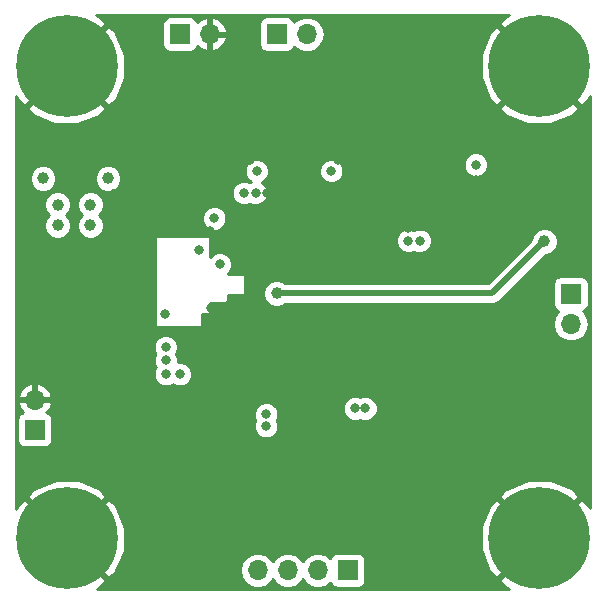
<source format=gbr>
G04 #@! TF.GenerationSoftware,KiCad,Pcbnew,(5.0.1-3-g963ef8bb5)*
G04 #@! TF.CreationDate,2020-12-22T09:25:36-05:00*
G04 #@! TF.ProjectId,STM32F4_Breakout,53544D333246345F427265616B6F7574,rev?*
G04 #@! TF.SameCoordinates,Original*
G04 #@! TF.FileFunction,Copper,L4,Bot,Signal*
G04 #@! TF.FilePolarity,Positive*
%FSLAX46Y46*%
G04 Gerber Fmt 4.6, Leading zero omitted, Abs format (unit mm)*
G04 Created by KiCad (PCBNEW (5.0.1-3-g963ef8bb5)) date Tuesday, December 22, 2020 at 09:25:36 am*
%MOMM*%
%LPD*%
G01*
G04 APERTURE LIST*
G04 #@! TA.AperFunction,ComponentPad*
%ADD10C,8.600000*%
G04 #@! TD*
G04 #@! TA.AperFunction,ComponentPad*
%ADD11C,0.900000*%
G04 #@! TD*
G04 #@! TA.AperFunction,ComponentPad*
%ADD12R,1.700000X1.700000*%
G04 #@! TD*
G04 #@! TA.AperFunction,ComponentPad*
%ADD13O,1.700000X1.700000*%
G04 #@! TD*
G04 #@! TA.AperFunction,ViaPad*
%ADD14C,0.800000*%
G04 #@! TD*
G04 #@! TA.AperFunction,ViaPad*
%ADD15C,1.000000*%
G04 #@! TD*
G04 #@! TA.AperFunction,Conductor*
%ADD16C,0.500000*%
G04 #@! TD*
G04 #@! TA.AperFunction,Conductor*
%ADD17C,0.254000*%
G04 #@! TD*
G04 APERTURE END LIST*
D10*
G04 #@! TO.P,H1,1*
G04 #@! TO.N,GND*
X47000000Y-92000000D03*
D11*
X50225000Y-92000000D03*
X49280419Y-94280419D03*
X47000000Y-95225000D03*
X44719581Y-94280419D03*
X43775000Y-92000000D03*
X44719581Y-89719581D03*
X47000000Y-88775000D03*
X49280419Y-89719581D03*
G04 #@! TD*
G04 #@! TO.P,H2,1*
G04 #@! TO.N,GND*
X89280419Y-49719581D03*
X87000000Y-48775000D03*
X84719581Y-49719581D03*
X83775000Y-52000000D03*
X84719581Y-54280419D03*
X87000000Y-55225000D03*
X89280419Y-54280419D03*
X90225000Y-52000000D03*
D10*
X87000000Y-52000000D03*
G04 #@! TD*
G04 #@! TO.P,H3,1*
G04 #@! TO.N,GND*
X87000000Y-92000000D03*
D11*
X90225000Y-92000000D03*
X89280419Y-94280419D03*
X87000000Y-95225000D03*
X84719581Y-94280419D03*
X83775000Y-92000000D03*
X84719581Y-89719581D03*
X87000000Y-88775000D03*
X89280419Y-89719581D03*
G04 #@! TD*
G04 #@! TO.P,H4,1*
G04 #@! TO.N,GND*
X49280419Y-49719581D03*
X47000000Y-48775000D03*
X44719581Y-49719581D03*
X43775000Y-52000000D03*
X44719581Y-54280419D03*
X47000000Y-55225000D03*
X49280419Y-54280419D03*
X50225000Y-52000000D03*
D10*
X47000000Y-52000000D03*
G04 #@! TD*
D12*
G04 #@! TO.P,J1,1*
G04 #@! TO.N,USART1_RX*
X89700000Y-71300000D03*
D13*
G04 #@! TO.P,J1,2*
G04 #@! TO.N,USART1_TX*
X89700000Y-73840000D03*
G04 #@! TD*
D12*
G04 #@! TO.P,J2,1*
G04 #@! TO.N,VCC*
X44300000Y-82800000D03*
D13*
G04 #@! TO.P,J2,2*
G04 #@! TO.N,GND*
X44300000Y-80260000D03*
G04 #@! TD*
G04 #@! TO.P,J3,2*
G04 #@! TO.N,GND*
X59140000Y-49300000D03*
D12*
G04 #@! TO.P,J3,1*
G04 #@! TO.N,+3V3*
X56600000Y-49300000D03*
G04 #@! TD*
D13*
G04 #@! TO.P,J5,2*
G04 #@! TO.N,I2C1_SCL*
X67340000Y-49300000D03*
D12*
G04 #@! TO.P,J5,1*
G04 #@! TO.N,I2C1_SDA*
X64800000Y-49300000D03*
G04 #@! TD*
D13*
G04 #@! TO.P,J6,4*
G04 #@! TO.N,SPI1_CS*
X63180000Y-94700000D03*
G04 #@! TO.P,J6,3*
G04 #@! TO.N,SPI1_SCK*
X65720000Y-94700000D03*
G04 #@! TO.P,J6,2*
G04 #@! TO.N,SPI1_MISO*
X68260000Y-94700000D03*
D12*
G04 #@! TO.P,J6,1*
G04 #@! TO.N,SPI1_MOSI*
X70800000Y-94700000D03*
G04 #@! TD*
D14*
G04 #@! TO.N,GND*
X55300000Y-73000000D03*
X58200000Y-67600000D03*
D15*
X43500000Y-70250000D03*
X43500000Y-67750000D03*
X45500000Y-72750000D03*
X43500000Y-72750000D03*
X43500000Y-75250000D03*
X45500000Y-75250000D03*
D14*
X64000000Y-62750000D03*
X65000000Y-62750000D03*
X59500000Y-63400000D03*
X75900000Y-65700000D03*
X73100000Y-65000000D03*
X77400000Y-68500000D03*
X74900000Y-78600000D03*
X74300000Y-79600000D03*
X74300000Y-80500000D03*
X70200000Y-82000000D03*
X68700000Y-80800000D03*
X62000000Y-79200000D03*
X62000000Y-80200000D03*
X60100000Y-72500000D03*
X59200000Y-72500000D03*
D15*
X51800000Y-71500000D03*
X53200000Y-71500000D03*
D14*
X53400000Y-63200000D03*
X59100000Y-66000000D03*
X81650000Y-61650000D03*
X81650000Y-62950000D03*
X81650000Y-65450000D03*
X80000000Y-50000000D03*
X75000000Y-50000000D03*
X70000000Y-50000000D03*
X70000000Y-55000000D03*
X75000000Y-55000000D03*
X80000000Y-55000000D03*
X80000000Y-60000000D03*
X75000000Y-60000000D03*
X70000000Y-60000000D03*
X62500000Y-55000000D03*
X57500000Y-55000000D03*
X52500000Y-55000000D03*
X52500000Y-50000000D03*
X62500000Y-50000000D03*
X62500000Y-60000000D03*
X57500000Y-60000000D03*
X47500000Y-57500000D03*
X57500000Y-65000000D03*
X52500000Y-65000000D03*
X80000000Y-65000000D03*
X70000000Y-65000000D03*
X80000000Y-75000000D03*
X85000000Y-75000000D03*
X80000000Y-80000000D03*
X85000000Y-80000000D03*
X90000000Y-80000000D03*
X90000000Y-85000000D03*
X85000000Y-85000000D03*
X80000000Y-90000000D03*
X75000000Y-90000000D03*
X75000000Y-95000000D03*
X80000000Y-95000000D03*
X70000000Y-85000000D03*
X62500000Y-85000000D03*
X57500000Y-80000000D03*
X57500000Y-85000000D03*
X57500000Y-90000000D03*
X62500000Y-90000000D03*
X57500000Y-95000000D03*
X52500000Y-85000000D03*
X75000000Y-52500000D03*
X75000000Y-52500000D03*
X75000000Y-52500000D03*
X75000000Y-62500000D03*
X75000000Y-57500000D03*
X75000000Y-57500000D03*
X75000000Y-57500000D03*
X80000000Y-52500000D03*
X80000000Y-57500000D03*
X80000000Y-62500000D03*
X70000000Y-52500000D03*
X70000000Y-57500000D03*
X62500000Y-52500000D03*
X52500000Y-52500000D03*
X57500000Y-57500000D03*
X62500000Y-57500000D03*
X52500000Y-57500000D03*
X85000000Y-77500000D03*
X80000000Y-77500000D03*
X80000000Y-82500000D03*
X85000000Y-82500000D03*
X90000000Y-82500000D03*
X75000000Y-92500000D03*
X80000000Y-92500000D03*
X70000000Y-87500000D03*
X62500000Y-82500000D03*
X62500000Y-87500000D03*
X57500000Y-92500000D03*
X57500000Y-87500000D03*
X57500000Y-82500000D03*
X52500000Y-87500000D03*
X47500000Y-85000000D03*
X57500000Y-62500000D03*
X80000000Y-72500000D03*
X75000000Y-72500000D03*
X90000000Y-77500000D03*
X90000000Y-57500000D03*
X52500000Y-90000000D03*
X52500000Y-92500000D03*
X52500000Y-95000000D03*
X75000000Y-82500000D03*
X70000000Y-62500000D03*
X62500000Y-92500000D03*
X70000000Y-90000000D03*
G04 #@! TO.N,+3V3*
X63000000Y-62750000D03*
D15*
X45000000Y-61500000D03*
X50500000Y-61500000D03*
X46250000Y-63750000D03*
X49000000Y-63750000D03*
X49000000Y-65500000D03*
X46250000Y-65500000D03*
D14*
X62000000Y-62750000D03*
X59950000Y-68800000D03*
X55400000Y-78100000D03*
X56600000Y-78100000D03*
X63900000Y-81500000D03*
X71400000Y-81000000D03*
X72300000Y-81000000D03*
X76900000Y-66800000D03*
X59500000Y-64900000D03*
X63100000Y-60900000D03*
X69400000Y-60900000D03*
X75900000Y-66800000D03*
X63900000Y-82500000D03*
X55400000Y-75800000D03*
X55400000Y-76900000D03*
X81650000Y-60350000D03*
D15*
G04 #@! TO.N,NRST*
X87450000Y-66850000D03*
X64800000Y-71250000D03*
G04 #@! TD*
D16*
G04 #@! TO.N,NRST*
X83050000Y-71250000D02*
X87450000Y-66850000D01*
X64800000Y-71250000D02*
X83050000Y-71250000D01*
G04 #@! TD*
D17*
G04 #@! TO.N,GND*
G36*
X84263506Y-47777510D02*
X84146139Y-47855932D01*
X83645290Y-48465684D01*
X84145441Y-48965835D01*
X84145441Y-48965836D01*
X87000000Y-51820395D01*
X87014143Y-51806253D01*
X87193748Y-51985858D01*
X87179605Y-52000000D01*
X90034164Y-54854559D01*
X90034165Y-54854559D01*
X90534316Y-55354710D01*
X91144068Y-54853861D01*
X91290000Y-54515071D01*
X91290001Y-89433185D01*
X91222490Y-89263506D01*
X91144068Y-89146139D01*
X90534316Y-88645290D01*
X90034165Y-89145441D01*
X90034164Y-89145441D01*
X87179605Y-92000000D01*
X87193748Y-92014143D01*
X87014143Y-92193748D01*
X87000000Y-92179605D01*
X84145441Y-95034164D01*
X84145441Y-95034165D01*
X83645290Y-95534316D01*
X84146139Y-96144068D01*
X84484929Y-96290000D01*
X49566817Y-96290000D01*
X49736494Y-96222490D01*
X49853861Y-96144068D01*
X50354710Y-95534316D01*
X49854559Y-95034165D01*
X49854559Y-95034164D01*
X47000000Y-92179605D01*
X46985858Y-92193748D01*
X46806253Y-92014143D01*
X46820395Y-92000000D01*
X47179605Y-92000000D01*
X50034164Y-94854559D01*
X50034165Y-94854559D01*
X50534316Y-95354710D01*
X51144068Y-94853861D01*
X51210342Y-94700000D01*
X61665908Y-94700000D01*
X61781161Y-95279418D01*
X62109375Y-95770625D01*
X62600582Y-96098839D01*
X63033744Y-96185000D01*
X63326256Y-96185000D01*
X63759418Y-96098839D01*
X64250625Y-95770625D01*
X64450000Y-95472239D01*
X64649375Y-95770625D01*
X65140582Y-96098839D01*
X65573744Y-96185000D01*
X65866256Y-96185000D01*
X66299418Y-96098839D01*
X66790625Y-95770625D01*
X66990000Y-95472239D01*
X67189375Y-95770625D01*
X67680582Y-96098839D01*
X68113744Y-96185000D01*
X68406256Y-96185000D01*
X68839418Y-96098839D01*
X69330625Y-95770625D01*
X69342816Y-95752381D01*
X69351843Y-95797765D01*
X69492191Y-96007809D01*
X69702235Y-96148157D01*
X69950000Y-96197440D01*
X71650000Y-96197440D01*
X71897765Y-96148157D01*
X72107809Y-96007809D01*
X72248157Y-95797765D01*
X72297440Y-95550000D01*
X72297440Y-93850000D01*
X72248157Y-93602235D01*
X72107809Y-93392191D01*
X71897765Y-93251843D01*
X71650000Y-93202560D01*
X69950000Y-93202560D01*
X69702235Y-93251843D01*
X69492191Y-93392191D01*
X69351843Y-93602235D01*
X69342816Y-93647619D01*
X69330625Y-93629375D01*
X68839418Y-93301161D01*
X68406256Y-93215000D01*
X68113744Y-93215000D01*
X67680582Y-93301161D01*
X67189375Y-93629375D01*
X66990000Y-93927761D01*
X66790625Y-93629375D01*
X66299418Y-93301161D01*
X65866256Y-93215000D01*
X65573744Y-93215000D01*
X65140582Y-93301161D01*
X64649375Y-93629375D01*
X64450000Y-93927761D01*
X64250625Y-93629375D01*
X63759418Y-93301161D01*
X63326256Y-93215000D01*
X63033744Y-93215000D01*
X62600582Y-93301161D01*
X62109375Y-93629375D01*
X61781161Y-94120582D01*
X61665908Y-94700000D01*
X51210342Y-94700000D01*
X51920745Y-93050758D01*
X51922687Y-92912314D01*
X82051717Y-92912314D01*
X82777510Y-94736494D01*
X82855932Y-94853861D01*
X83465684Y-95354710D01*
X83965835Y-94854559D01*
X83965836Y-94854559D01*
X86820395Y-92000000D01*
X83965836Y-89145441D01*
X83965835Y-89145441D01*
X83465684Y-88645290D01*
X82855932Y-89146139D01*
X82079255Y-90949242D01*
X82051717Y-92912314D01*
X51922687Y-92912314D01*
X51948283Y-91087686D01*
X51222490Y-89263506D01*
X51144068Y-89146139D01*
X50534316Y-88645290D01*
X50034165Y-89145441D01*
X50034164Y-89145441D01*
X47179605Y-92000000D01*
X46820395Y-92000000D01*
X43965836Y-89145441D01*
X43965835Y-89145441D01*
X43465684Y-88645290D01*
X42855932Y-89146139D01*
X42710000Y-89484929D01*
X42710000Y-88465684D01*
X43645290Y-88465684D01*
X44145441Y-88965835D01*
X44145441Y-88965836D01*
X47000000Y-91820395D01*
X49854559Y-88965836D01*
X49854559Y-88965835D01*
X50354710Y-88465684D01*
X83645290Y-88465684D01*
X84145441Y-88965835D01*
X84145441Y-88965836D01*
X87000000Y-91820395D01*
X89854559Y-88965836D01*
X89854559Y-88965835D01*
X90354710Y-88465684D01*
X89853861Y-87855932D01*
X88050758Y-87079255D01*
X86087686Y-87051717D01*
X84263506Y-87777510D01*
X84146139Y-87855932D01*
X83645290Y-88465684D01*
X50354710Y-88465684D01*
X49853861Y-87855932D01*
X48050758Y-87079255D01*
X46087686Y-87051717D01*
X44263506Y-87777510D01*
X44146139Y-87855932D01*
X43645290Y-88465684D01*
X42710000Y-88465684D01*
X42710000Y-81950000D01*
X42802560Y-81950000D01*
X42802560Y-83650000D01*
X42851843Y-83897765D01*
X42992191Y-84107809D01*
X43202235Y-84248157D01*
X43450000Y-84297440D01*
X45150000Y-84297440D01*
X45397765Y-84248157D01*
X45607809Y-84107809D01*
X45748157Y-83897765D01*
X45797440Y-83650000D01*
X45797440Y-81950000D01*
X45748157Y-81702235D01*
X45607809Y-81492191D01*
X45397765Y-81351843D01*
X45294292Y-81331261D01*
X45328134Y-81294126D01*
X62865000Y-81294126D01*
X62865000Y-81705874D01*
X62986831Y-82000000D01*
X62865000Y-82294126D01*
X62865000Y-82705874D01*
X63022569Y-83086280D01*
X63313720Y-83377431D01*
X63694126Y-83535000D01*
X64105874Y-83535000D01*
X64486280Y-83377431D01*
X64777431Y-83086280D01*
X64935000Y-82705874D01*
X64935000Y-82294126D01*
X64813169Y-82000000D01*
X64935000Y-81705874D01*
X64935000Y-81294126D01*
X64777431Y-80913720D01*
X64657837Y-80794126D01*
X70365000Y-80794126D01*
X70365000Y-81205874D01*
X70522569Y-81586280D01*
X70813720Y-81877431D01*
X71194126Y-82035000D01*
X71605874Y-82035000D01*
X71850000Y-81933880D01*
X72094126Y-82035000D01*
X72505874Y-82035000D01*
X72886280Y-81877431D01*
X73177431Y-81586280D01*
X73335000Y-81205874D01*
X73335000Y-80794126D01*
X73177431Y-80413720D01*
X72886280Y-80122569D01*
X72505874Y-79965000D01*
X72094126Y-79965000D01*
X71850000Y-80066120D01*
X71605874Y-79965000D01*
X71194126Y-79965000D01*
X70813720Y-80122569D01*
X70522569Y-80413720D01*
X70365000Y-80794126D01*
X64657837Y-80794126D01*
X64486280Y-80622569D01*
X64105874Y-80465000D01*
X63694126Y-80465000D01*
X63313720Y-80622569D01*
X63022569Y-80913720D01*
X62865000Y-81294126D01*
X45328134Y-81294126D01*
X45571645Y-81026924D01*
X45741476Y-80616890D01*
X45620155Y-80387000D01*
X44427000Y-80387000D01*
X44427000Y-80407000D01*
X44173000Y-80407000D01*
X44173000Y-80387000D01*
X42979845Y-80387000D01*
X42858524Y-80616890D01*
X43028355Y-81026924D01*
X43305708Y-81331261D01*
X43202235Y-81351843D01*
X42992191Y-81492191D01*
X42851843Y-81702235D01*
X42802560Y-81950000D01*
X42710000Y-81950000D01*
X42710000Y-79903110D01*
X42858524Y-79903110D01*
X42979845Y-80133000D01*
X44173000Y-80133000D01*
X44173000Y-78939181D01*
X44427000Y-78939181D01*
X44427000Y-80133000D01*
X45620155Y-80133000D01*
X45741476Y-79903110D01*
X45571645Y-79493076D01*
X45181358Y-79064817D01*
X44656892Y-78818514D01*
X44427000Y-78939181D01*
X44173000Y-78939181D01*
X43943108Y-78818514D01*
X43418642Y-79064817D01*
X43028355Y-79493076D01*
X42858524Y-79903110D01*
X42710000Y-79903110D01*
X42710000Y-75594126D01*
X54365000Y-75594126D01*
X54365000Y-76005874D01*
X54507541Y-76350000D01*
X54365000Y-76694126D01*
X54365000Y-77105874D01*
X54522569Y-77486280D01*
X54536289Y-77500000D01*
X54522569Y-77513720D01*
X54365000Y-77894126D01*
X54365000Y-78305874D01*
X54522569Y-78686280D01*
X54813720Y-78977431D01*
X55194126Y-79135000D01*
X55605874Y-79135000D01*
X55986280Y-78977431D01*
X56000000Y-78963711D01*
X56013720Y-78977431D01*
X56394126Y-79135000D01*
X56805874Y-79135000D01*
X57186280Y-78977431D01*
X57477431Y-78686280D01*
X57635000Y-78305874D01*
X57635000Y-77894126D01*
X57477431Y-77513720D01*
X57186280Y-77222569D01*
X56805874Y-77065000D01*
X56435000Y-77065000D01*
X56435000Y-76694126D01*
X56292459Y-76350000D01*
X56435000Y-76005874D01*
X56435000Y-75594126D01*
X56277431Y-75213720D01*
X55986280Y-74922569D01*
X55605874Y-74765000D01*
X55194126Y-74765000D01*
X54813720Y-74922569D01*
X54522569Y-75213720D01*
X54365000Y-75594126D01*
X42710000Y-75594126D01*
X42710000Y-63524234D01*
X45115000Y-63524234D01*
X45115000Y-63975766D01*
X45287793Y-64392926D01*
X45519867Y-64625000D01*
X45287793Y-64857074D01*
X45115000Y-65274234D01*
X45115000Y-65725766D01*
X45287793Y-66142926D01*
X45607074Y-66462207D01*
X46024234Y-66635000D01*
X46475766Y-66635000D01*
X46892926Y-66462207D01*
X47212207Y-66142926D01*
X47385000Y-65725766D01*
X47385000Y-65274234D01*
X47212207Y-64857074D01*
X46980133Y-64625000D01*
X47212207Y-64392926D01*
X47385000Y-63975766D01*
X47385000Y-63524234D01*
X47865000Y-63524234D01*
X47865000Y-63975766D01*
X48037793Y-64392926D01*
X48269867Y-64625000D01*
X48037793Y-64857074D01*
X47865000Y-65274234D01*
X47865000Y-65725766D01*
X48037793Y-66142926D01*
X48357074Y-66462207D01*
X48774234Y-66635000D01*
X49225766Y-66635000D01*
X49551685Y-66500000D01*
X54473000Y-66500000D01*
X54473000Y-74000000D01*
X54482667Y-74048601D01*
X54510197Y-74089803D01*
X54551399Y-74117333D01*
X54600000Y-74127000D01*
X58300000Y-74127000D01*
X58348601Y-74117333D01*
X58389803Y-74089803D01*
X58417333Y-74048601D01*
X58427000Y-74000000D01*
X58427000Y-73840000D01*
X88185908Y-73840000D01*
X88301161Y-74419418D01*
X88629375Y-74910625D01*
X89120582Y-75238839D01*
X89553744Y-75325000D01*
X89846256Y-75325000D01*
X90279418Y-75238839D01*
X90770625Y-74910625D01*
X91098839Y-74419418D01*
X91214092Y-73840000D01*
X91098839Y-73260582D01*
X90770625Y-72769375D01*
X90752381Y-72757184D01*
X90797765Y-72748157D01*
X91007809Y-72607809D01*
X91148157Y-72397765D01*
X91197440Y-72150000D01*
X91197440Y-70450000D01*
X91148157Y-70202235D01*
X91007809Y-69992191D01*
X90797765Y-69851843D01*
X90550000Y-69802560D01*
X88850000Y-69802560D01*
X88602235Y-69851843D01*
X88392191Y-69992191D01*
X88251843Y-70202235D01*
X88202560Y-70450000D01*
X88202560Y-72150000D01*
X88251843Y-72397765D01*
X88392191Y-72607809D01*
X88602235Y-72748157D01*
X88647619Y-72757184D01*
X88629375Y-72769375D01*
X88301161Y-73260582D01*
X88185908Y-73840000D01*
X58427000Y-73840000D01*
X58427000Y-73027000D01*
X59000000Y-73027000D01*
X59048601Y-73017333D01*
X59089803Y-72989803D01*
X59117333Y-72948601D01*
X59127000Y-72900000D01*
X59127000Y-72027000D01*
X60500000Y-72027000D01*
X60548601Y-72017333D01*
X60589803Y-71989803D01*
X60617333Y-71948601D01*
X60627000Y-71900000D01*
X60627000Y-71427000D01*
X62000000Y-71427000D01*
X62048601Y-71417333D01*
X62089803Y-71389803D01*
X62117333Y-71348601D01*
X62127000Y-71300000D01*
X62127000Y-71024234D01*
X63665000Y-71024234D01*
X63665000Y-71475766D01*
X63837793Y-71892926D01*
X64157074Y-72212207D01*
X64574234Y-72385000D01*
X65025766Y-72385000D01*
X65442926Y-72212207D01*
X65520133Y-72135000D01*
X82962839Y-72135000D01*
X83050000Y-72152337D01*
X83137161Y-72135000D01*
X83137165Y-72135000D01*
X83395310Y-72083652D01*
X83688049Y-71888049D01*
X83737425Y-71814153D01*
X87566579Y-67985000D01*
X87675766Y-67985000D01*
X88092926Y-67812207D01*
X88412207Y-67492926D01*
X88585000Y-67075766D01*
X88585000Y-66624234D01*
X88412207Y-66207074D01*
X88092926Y-65887793D01*
X87675766Y-65715000D01*
X87224234Y-65715000D01*
X86807074Y-65887793D01*
X86487793Y-66207074D01*
X86315000Y-66624234D01*
X86315000Y-66733421D01*
X82683422Y-70365000D01*
X65520133Y-70365000D01*
X65442926Y-70287793D01*
X65025766Y-70115000D01*
X64574234Y-70115000D01*
X64157074Y-70287793D01*
X63837793Y-70607074D01*
X63665000Y-71024234D01*
X62127000Y-71024234D01*
X62127000Y-69700000D01*
X62117333Y-69651399D01*
X62089803Y-69610197D01*
X62048601Y-69582667D01*
X62000000Y-69573000D01*
X60640711Y-69573000D01*
X60827431Y-69386280D01*
X60985000Y-69005874D01*
X60985000Y-68594126D01*
X60827431Y-68213720D01*
X60536280Y-67922569D01*
X60155874Y-67765000D01*
X59744126Y-67765000D01*
X59363720Y-67922569D01*
X59127000Y-68159289D01*
X59127000Y-66594126D01*
X74865000Y-66594126D01*
X74865000Y-67005874D01*
X75022569Y-67386280D01*
X75313720Y-67677431D01*
X75694126Y-67835000D01*
X76105874Y-67835000D01*
X76400000Y-67713169D01*
X76694126Y-67835000D01*
X77105874Y-67835000D01*
X77486280Y-67677431D01*
X77777431Y-67386280D01*
X77935000Y-67005874D01*
X77935000Y-66594126D01*
X77777431Y-66213720D01*
X77486280Y-65922569D01*
X77105874Y-65765000D01*
X76694126Y-65765000D01*
X76400000Y-65886831D01*
X76105874Y-65765000D01*
X75694126Y-65765000D01*
X75313720Y-65922569D01*
X75022569Y-66213720D01*
X74865000Y-66594126D01*
X59127000Y-66594126D01*
X59127000Y-66500000D01*
X59117333Y-66451399D01*
X59089803Y-66410197D01*
X59048601Y-66382667D01*
X59000000Y-66373000D01*
X54600000Y-66373000D01*
X54551399Y-66382667D01*
X54510197Y-66410197D01*
X54482667Y-66451399D01*
X54473000Y-66500000D01*
X49551685Y-66500000D01*
X49642926Y-66462207D01*
X49962207Y-66142926D01*
X50135000Y-65725766D01*
X50135000Y-65274234D01*
X49962207Y-64857074D01*
X49799259Y-64694126D01*
X58465000Y-64694126D01*
X58465000Y-65105874D01*
X58622569Y-65486280D01*
X58913720Y-65777431D01*
X59294126Y-65935000D01*
X59705874Y-65935000D01*
X60086280Y-65777431D01*
X60377431Y-65486280D01*
X60535000Y-65105874D01*
X60535000Y-64694126D01*
X60377431Y-64313720D01*
X60086280Y-64022569D01*
X59705874Y-63865000D01*
X59294126Y-63865000D01*
X58913720Y-64022569D01*
X58622569Y-64313720D01*
X58465000Y-64694126D01*
X49799259Y-64694126D01*
X49730133Y-64625000D01*
X49962207Y-64392926D01*
X50135000Y-63975766D01*
X50135000Y-63524234D01*
X49962207Y-63107074D01*
X49642926Y-62787793D01*
X49225766Y-62615000D01*
X48774234Y-62615000D01*
X48357074Y-62787793D01*
X48037793Y-63107074D01*
X47865000Y-63524234D01*
X47385000Y-63524234D01*
X47212207Y-63107074D01*
X46892926Y-62787793D01*
X46475766Y-62615000D01*
X46024234Y-62615000D01*
X45607074Y-62787793D01*
X45287793Y-63107074D01*
X45115000Y-63524234D01*
X42710000Y-63524234D01*
X42710000Y-61274234D01*
X43865000Y-61274234D01*
X43865000Y-61725766D01*
X44037793Y-62142926D01*
X44357074Y-62462207D01*
X44774234Y-62635000D01*
X45225766Y-62635000D01*
X45642926Y-62462207D01*
X45962207Y-62142926D01*
X46135000Y-61725766D01*
X46135000Y-61274234D01*
X49365000Y-61274234D01*
X49365000Y-61725766D01*
X49537793Y-62142926D01*
X49857074Y-62462207D01*
X50274234Y-62635000D01*
X50725766Y-62635000D01*
X50945155Y-62544126D01*
X60965000Y-62544126D01*
X60965000Y-62955874D01*
X61122569Y-63336280D01*
X61413720Y-63627431D01*
X61794126Y-63785000D01*
X62205874Y-63785000D01*
X62500000Y-63663169D01*
X62794126Y-63785000D01*
X63205874Y-63785000D01*
X63586280Y-63627431D01*
X63877431Y-63336280D01*
X64035000Y-62955874D01*
X64035000Y-62544126D01*
X63877431Y-62163720D01*
X63586280Y-61872569D01*
X63521438Y-61845711D01*
X63686280Y-61777431D01*
X63977431Y-61486280D01*
X64135000Y-61105874D01*
X64135000Y-60694126D01*
X68365000Y-60694126D01*
X68365000Y-61105874D01*
X68522569Y-61486280D01*
X68813720Y-61777431D01*
X69194126Y-61935000D01*
X69605874Y-61935000D01*
X69986280Y-61777431D01*
X70277431Y-61486280D01*
X70435000Y-61105874D01*
X70435000Y-60694126D01*
X70277431Y-60313720D01*
X70107837Y-60144126D01*
X80615000Y-60144126D01*
X80615000Y-60555874D01*
X80772569Y-60936280D01*
X81063720Y-61227431D01*
X81444126Y-61385000D01*
X81855874Y-61385000D01*
X82236280Y-61227431D01*
X82527431Y-60936280D01*
X82685000Y-60555874D01*
X82685000Y-60144126D01*
X82527431Y-59763720D01*
X82236280Y-59472569D01*
X81855874Y-59315000D01*
X81444126Y-59315000D01*
X81063720Y-59472569D01*
X80772569Y-59763720D01*
X80615000Y-60144126D01*
X70107837Y-60144126D01*
X69986280Y-60022569D01*
X69605874Y-59865000D01*
X69194126Y-59865000D01*
X68813720Y-60022569D01*
X68522569Y-60313720D01*
X68365000Y-60694126D01*
X64135000Y-60694126D01*
X63977431Y-60313720D01*
X63686280Y-60022569D01*
X63305874Y-59865000D01*
X62894126Y-59865000D01*
X62513720Y-60022569D01*
X62222569Y-60313720D01*
X62065000Y-60694126D01*
X62065000Y-61105874D01*
X62222569Y-61486280D01*
X62513720Y-61777431D01*
X62578562Y-61804289D01*
X62500000Y-61836831D01*
X62205874Y-61715000D01*
X61794126Y-61715000D01*
X61413720Y-61872569D01*
X61122569Y-62163720D01*
X60965000Y-62544126D01*
X50945155Y-62544126D01*
X51142926Y-62462207D01*
X51462207Y-62142926D01*
X51635000Y-61725766D01*
X51635000Y-61274234D01*
X51462207Y-60857074D01*
X51142926Y-60537793D01*
X50725766Y-60365000D01*
X50274234Y-60365000D01*
X49857074Y-60537793D01*
X49537793Y-60857074D01*
X49365000Y-61274234D01*
X46135000Y-61274234D01*
X45962207Y-60857074D01*
X45642926Y-60537793D01*
X45225766Y-60365000D01*
X44774234Y-60365000D01*
X44357074Y-60537793D01*
X44037793Y-60857074D01*
X43865000Y-61274234D01*
X42710000Y-61274234D01*
X42710000Y-55534316D01*
X43645290Y-55534316D01*
X44146139Y-56144068D01*
X45949242Y-56920745D01*
X47912314Y-56948283D01*
X49736494Y-56222490D01*
X49853861Y-56144068D01*
X50354710Y-55534316D01*
X83645290Y-55534316D01*
X84146139Y-56144068D01*
X85949242Y-56920745D01*
X87912314Y-56948283D01*
X89736494Y-56222490D01*
X89853861Y-56144068D01*
X90354710Y-55534316D01*
X89854559Y-55034165D01*
X89854559Y-55034164D01*
X87000000Y-52179605D01*
X84145441Y-55034164D01*
X84145441Y-55034165D01*
X83645290Y-55534316D01*
X50354710Y-55534316D01*
X49854559Y-55034165D01*
X49854559Y-55034164D01*
X47000000Y-52179605D01*
X44145441Y-55034164D01*
X44145441Y-55034165D01*
X43645290Y-55534316D01*
X42710000Y-55534316D01*
X42710000Y-54566817D01*
X42777510Y-54736494D01*
X42855932Y-54853861D01*
X43465684Y-55354710D01*
X43965835Y-54854559D01*
X43965836Y-54854559D01*
X46820395Y-52000000D01*
X47179605Y-52000000D01*
X50034164Y-54854559D01*
X50034165Y-54854559D01*
X50534316Y-55354710D01*
X51144068Y-54853861D01*
X51920745Y-53050758D01*
X51922687Y-52912314D01*
X82051717Y-52912314D01*
X82777510Y-54736494D01*
X82855932Y-54853861D01*
X83465684Y-55354710D01*
X83965835Y-54854559D01*
X83965836Y-54854559D01*
X86820395Y-52000000D01*
X83965836Y-49145441D01*
X83965835Y-49145441D01*
X83465684Y-48645290D01*
X82855932Y-49146139D01*
X82079255Y-50949242D01*
X82051717Y-52912314D01*
X51922687Y-52912314D01*
X51948283Y-51087686D01*
X51222490Y-49263506D01*
X51144068Y-49146139D01*
X50534316Y-48645290D01*
X50034165Y-49145441D01*
X50034164Y-49145441D01*
X47179605Y-52000000D01*
X46820395Y-52000000D01*
X46806253Y-51985858D01*
X46985858Y-51806253D01*
X47000000Y-51820395D01*
X49854559Y-48965836D01*
X49854559Y-48965835D01*
X50354710Y-48465684D01*
X50341828Y-48450000D01*
X55102560Y-48450000D01*
X55102560Y-50150000D01*
X55151843Y-50397765D01*
X55292191Y-50607809D01*
X55502235Y-50748157D01*
X55750000Y-50797440D01*
X57450000Y-50797440D01*
X57697765Y-50748157D01*
X57907809Y-50607809D01*
X58048157Y-50397765D01*
X58068739Y-50294292D01*
X58373076Y-50571645D01*
X58783110Y-50741476D01*
X59013000Y-50620155D01*
X59013000Y-49427000D01*
X59267000Y-49427000D01*
X59267000Y-50620155D01*
X59496890Y-50741476D01*
X59906924Y-50571645D01*
X60335183Y-50181358D01*
X60581486Y-49656892D01*
X60460819Y-49427000D01*
X59267000Y-49427000D01*
X59013000Y-49427000D01*
X58993000Y-49427000D01*
X58993000Y-49173000D01*
X59013000Y-49173000D01*
X59013000Y-47979845D01*
X59267000Y-47979845D01*
X59267000Y-49173000D01*
X60460819Y-49173000D01*
X60581486Y-48943108D01*
X60349910Y-48450000D01*
X63302560Y-48450000D01*
X63302560Y-50150000D01*
X63351843Y-50397765D01*
X63492191Y-50607809D01*
X63702235Y-50748157D01*
X63950000Y-50797440D01*
X65650000Y-50797440D01*
X65897765Y-50748157D01*
X66107809Y-50607809D01*
X66248157Y-50397765D01*
X66257184Y-50352381D01*
X66269375Y-50370625D01*
X66760582Y-50698839D01*
X67193744Y-50785000D01*
X67486256Y-50785000D01*
X67919418Y-50698839D01*
X68410625Y-50370625D01*
X68738839Y-49879418D01*
X68854092Y-49300000D01*
X68738839Y-48720582D01*
X68410625Y-48229375D01*
X67919418Y-47901161D01*
X67486256Y-47815000D01*
X67193744Y-47815000D01*
X66760582Y-47901161D01*
X66269375Y-48229375D01*
X66257184Y-48247619D01*
X66248157Y-48202235D01*
X66107809Y-47992191D01*
X65897765Y-47851843D01*
X65650000Y-47802560D01*
X63950000Y-47802560D01*
X63702235Y-47851843D01*
X63492191Y-47992191D01*
X63351843Y-48202235D01*
X63302560Y-48450000D01*
X60349910Y-48450000D01*
X60335183Y-48418642D01*
X59906924Y-48028355D01*
X59496890Y-47858524D01*
X59267000Y-47979845D01*
X59013000Y-47979845D01*
X58783110Y-47858524D01*
X58373076Y-48028355D01*
X58068739Y-48305708D01*
X58048157Y-48202235D01*
X57907809Y-47992191D01*
X57697765Y-47851843D01*
X57450000Y-47802560D01*
X55750000Y-47802560D01*
X55502235Y-47851843D01*
X55292191Y-47992191D01*
X55151843Y-48202235D01*
X55102560Y-48450000D01*
X50341828Y-48450000D01*
X49853861Y-47855932D01*
X49515071Y-47710000D01*
X84433183Y-47710000D01*
X84263506Y-47777510D01*
X84263506Y-47777510D01*
G37*
X84263506Y-47777510D02*
X84146139Y-47855932D01*
X83645290Y-48465684D01*
X84145441Y-48965835D01*
X84145441Y-48965836D01*
X87000000Y-51820395D01*
X87014143Y-51806253D01*
X87193748Y-51985858D01*
X87179605Y-52000000D01*
X90034164Y-54854559D01*
X90034165Y-54854559D01*
X90534316Y-55354710D01*
X91144068Y-54853861D01*
X91290000Y-54515071D01*
X91290001Y-89433185D01*
X91222490Y-89263506D01*
X91144068Y-89146139D01*
X90534316Y-88645290D01*
X90034165Y-89145441D01*
X90034164Y-89145441D01*
X87179605Y-92000000D01*
X87193748Y-92014143D01*
X87014143Y-92193748D01*
X87000000Y-92179605D01*
X84145441Y-95034164D01*
X84145441Y-95034165D01*
X83645290Y-95534316D01*
X84146139Y-96144068D01*
X84484929Y-96290000D01*
X49566817Y-96290000D01*
X49736494Y-96222490D01*
X49853861Y-96144068D01*
X50354710Y-95534316D01*
X49854559Y-95034165D01*
X49854559Y-95034164D01*
X47000000Y-92179605D01*
X46985858Y-92193748D01*
X46806253Y-92014143D01*
X46820395Y-92000000D01*
X47179605Y-92000000D01*
X50034164Y-94854559D01*
X50034165Y-94854559D01*
X50534316Y-95354710D01*
X51144068Y-94853861D01*
X51210342Y-94700000D01*
X61665908Y-94700000D01*
X61781161Y-95279418D01*
X62109375Y-95770625D01*
X62600582Y-96098839D01*
X63033744Y-96185000D01*
X63326256Y-96185000D01*
X63759418Y-96098839D01*
X64250625Y-95770625D01*
X64450000Y-95472239D01*
X64649375Y-95770625D01*
X65140582Y-96098839D01*
X65573744Y-96185000D01*
X65866256Y-96185000D01*
X66299418Y-96098839D01*
X66790625Y-95770625D01*
X66990000Y-95472239D01*
X67189375Y-95770625D01*
X67680582Y-96098839D01*
X68113744Y-96185000D01*
X68406256Y-96185000D01*
X68839418Y-96098839D01*
X69330625Y-95770625D01*
X69342816Y-95752381D01*
X69351843Y-95797765D01*
X69492191Y-96007809D01*
X69702235Y-96148157D01*
X69950000Y-96197440D01*
X71650000Y-96197440D01*
X71897765Y-96148157D01*
X72107809Y-96007809D01*
X72248157Y-95797765D01*
X72297440Y-95550000D01*
X72297440Y-93850000D01*
X72248157Y-93602235D01*
X72107809Y-93392191D01*
X71897765Y-93251843D01*
X71650000Y-93202560D01*
X69950000Y-93202560D01*
X69702235Y-93251843D01*
X69492191Y-93392191D01*
X69351843Y-93602235D01*
X69342816Y-93647619D01*
X69330625Y-93629375D01*
X68839418Y-93301161D01*
X68406256Y-93215000D01*
X68113744Y-93215000D01*
X67680582Y-93301161D01*
X67189375Y-93629375D01*
X66990000Y-93927761D01*
X66790625Y-93629375D01*
X66299418Y-93301161D01*
X65866256Y-93215000D01*
X65573744Y-93215000D01*
X65140582Y-93301161D01*
X64649375Y-93629375D01*
X64450000Y-93927761D01*
X64250625Y-93629375D01*
X63759418Y-93301161D01*
X63326256Y-93215000D01*
X63033744Y-93215000D01*
X62600582Y-93301161D01*
X62109375Y-93629375D01*
X61781161Y-94120582D01*
X61665908Y-94700000D01*
X51210342Y-94700000D01*
X51920745Y-93050758D01*
X51922687Y-92912314D01*
X82051717Y-92912314D01*
X82777510Y-94736494D01*
X82855932Y-94853861D01*
X83465684Y-95354710D01*
X83965835Y-94854559D01*
X83965836Y-94854559D01*
X86820395Y-92000000D01*
X83965836Y-89145441D01*
X83965835Y-89145441D01*
X83465684Y-88645290D01*
X82855932Y-89146139D01*
X82079255Y-90949242D01*
X82051717Y-92912314D01*
X51922687Y-92912314D01*
X51948283Y-91087686D01*
X51222490Y-89263506D01*
X51144068Y-89146139D01*
X50534316Y-88645290D01*
X50034165Y-89145441D01*
X50034164Y-89145441D01*
X47179605Y-92000000D01*
X46820395Y-92000000D01*
X43965836Y-89145441D01*
X43965835Y-89145441D01*
X43465684Y-88645290D01*
X42855932Y-89146139D01*
X42710000Y-89484929D01*
X42710000Y-88465684D01*
X43645290Y-88465684D01*
X44145441Y-88965835D01*
X44145441Y-88965836D01*
X47000000Y-91820395D01*
X49854559Y-88965836D01*
X49854559Y-88965835D01*
X50354710Y-88465684D01*
X83645290Y-88465684D01*
X84145441Y-88965835D01*
X84145441Y-88965836D01*
X87000000Y-91820395D01*
X89854559Y-88965836D01*
X89854559Y-88965835D01*
X90354710Y-88465684D01*
X89853861Y-87855932D01*
X88050758Y-87079255D01*
X86087686Y-87051717D01*
X84263506Y-87777510D01*
X84146139Y-87855932D01*
X83645290Y-88465684D01*
X50354710Y-88465684D01*
X49853861Y-87855932D01*
X48050758Y-87079255D01*
X46087686Y-87051717D01*
X44263506Y-87777510D01*
X44146139Y-87855932D01*
X43645290Y-88465684D01*
X42710000Y-88465684D01*
X42710000Y-81950000D01*
X42802560Y-81950000D01*
X42802560Y-83650000D01*
X42851843Y-83897765D01*
X42992191Y-84107809D01*
X43202235Y-84248157D01*
X43450000Y-84297440D01*
X45150000Y-84297440D01*
X45397765Y-84248157D01*
X45607809Y-84107809D01*
X45748157Y-83897765D01*
X45797440Y-83650000D01*
X45797440Y-81950000D01*
X45748157Y-81702235D01*
X45607809Y-81492191D01*
X45397765Y-81351843D01*
X45294292Y-81331261D01*
X45328134Y-81294126D01*
X62865000Y-81294126D01*
X62865000Y-81705874D01*
X62986831Y-82000000D01*
X62865000Y-82294126D01*
X62865000Y-82705874D01*
X63022569Y-83086280D01*
X63313720Y-83377431D01*
X63694126Y-83535000D01*
X64105874Y-83535000D01*
X64486280Y-83377431D01*
X64777431Y-83086280D01*
X64935000Y-82705874D01*
X64935000Y-82294126D01*
X64813169Y-82000000D01*
X64935000Y-81705874D01*
X64935000Y-81294126D01*
X64777431Y-80913720D01*
X64657837Y-80794126D01*
X70365000Y-80794126D01*
X70365000Y-81205874D01*
X70522569Y-81586280D01*
X70813720Y-81877431D01*
X71194126Y-82035000D01*
X71605874Y-82035000D01*
X71850000Y-81933880D01*
X72094126Y-82035000D01*
X72505874Y-82035000D01*
X72886280Y-81877431D01*
X73177431Y-81586280D01*
X73335000Y-81205874D01*
X73335000Y-80794126D01*
X73177431Y-80413720D01*
X72886280Y-80122569D01*
X72505874Y-79965000D01*
X72094126Y-79965000D01*
X71850000Y-80066120D01*
X71605874Y-79965000D01*
X71194126Y-79965000D01*
X70813720Y-80122569D01*
X70522569Y-80413720D01*
X70365000Y-80794126D01*
X64657837Y-80794126D01*
X64486280Y-80622569D01*
X64105874Y-80465000D01*
X63694126Y-80465000D01*
X63313720Y-80622569D01*
X63022569Y-80913720D01*
X62865000Y-81294126D01*
X45328134Y-81294126D01*
X45571645Y-81026924D01*
X45741476Y-80616890D01*
X45620155Y-80387000D01*
X44427000Y-80387000D01*
X44427000Y-80407000D01*
X44173000Y-80407000D01*
X44173000Y-80387000D01*
X42979845Y-80387000D01*
X42858524Y-80616890D01*
X43028355Y-81026924D01*
X43305708Y-81331261D01*
X43202235Y-81351843D01*
X42992191Y-81492191D01*
X42851843Y-81702235D01*
X42802560Y-81950000D01*
X42710000Y-81950000D01*
X42710000Y-79903110D01*
X42858524Y-79903110D01*
X42979845Y-80133000D01*
X44173000Y-80133000D01*
X44173000Y-78939181D01*
X44427000Y-78939181D01*
X44427000Y-80133000D01*
X45620155Y-80133000D01*
X45741476Y-79903110D01*
X45571645Y-79493076D01*
X45181358Y-79064817D01*
X44656892Y-78818514D01*
X44427000Y-78939181D01*
X44173000Y-78939181D01*
X43943108Y-78818514D01*
X43418642Y-79064817D01*
X43028355Y-79493076D01*
X42858524Y-79903110D01*
X42710000Y-79903110D01*
X42710000Y-75594126D01*
X54365000Y-75594126D01*
X54365000Y-76005874D01*
X54507541Y-76350000D01*
X54365000Y-76694126D01*
X54365000Y-77105874D01*
X54522569Y-77486280D01*
X54536289Y-77500000D01*
X54522569Y-77513720D01*
X54365000Y-77894126D01*
X54365000Y-78305874D01*
X54522569Y-78686280D01*
X54813720Y-78977431D01*
X55194126Y-79135000D01*
X55605874Y-79135000D01*
X55986280Y-78977431D01*
X56000000Y-78963711D01*
X56013720Y-78977431D01*
X56394126Y-79135000D01*
X56805874Y-79135000D01*
X57186280Y-78977431D01*
X57477431Y-78686280D01*
X57635000Y-78305874D01*
X57635000Y-77894126D01*
X57477431Y-77513720D01*
X57186280Y-77222569D01*
X56805874Y-77065000D01*
X56435000Y-77065000D01*
X56435000Y-76694126D01*
X56292459Y-76350000D01*
X56435000Y-76005874D01*
X56435000Y-75594126D01*
X56277431Y-75213720D01*
X55986280Y-74922569D01*
X55605874Y-74765000D01*
X55194126Y-74765000D01*
X54813720Y-74922569D01*
X54522569Y-75213720D01*
X54365000Y-75594126D01*
X42710000Y-75594126D01*
X42710000Y-63524234D01*
X45115000Y-63524234D01*
X45115000Y-63975766D01*
X45287793Y-64392926D01*
X45519867Y-64625000D01*
X45287793Y-64857074D01*
X45115000Y-65274234D01*
X45115000Y-65725766D01*
X45287793Y-66142926D01*
X45607074Y-66462207D01*
X46024234Y-66635000D01*
X46475766Y-66635000D01*
X46892926Y-66462207D01*
X47212207Y-66142926D01*
X47385000Y-65725766D01*
X47385000Y-65274234D01*
X47212207Y-64857074D01*
X46980133Y-64625000D01*
X47212207Y-64392926D01*
X47385000Y-63975766D01*
X47385000Y-63524234D01*
X47865000Y-63524234D01*
X47865000Y-63975766D01*
X48037793Y-64392926D01*
X48269867Y-64625000D01*
X48037793Y-64857074D01*
X47865000Y-65274234D01*
X47865000Y-65725766D01*
X48037793Y-66142926D01*
X48357074Y-66462207D01*
X48774234Y-66635000D01*
X49225766Y-66635000D01*
X49551685Y-66500000D01*
X54473000Y-66500000D01*
X54473000Y-74000000D01*
X54482667Y-74048601D01*
X54510197Y-74089803D01*
X54551399Y-74117333D01*
X54600000Y-74127000D01*
X58300000Y-74127000D01*
X58348601Y-74117333D01*
X58389803Y-74089803D01*
X58417333Y-74048601D01*
X58427000Y-74000000D01*
X58427000Y-73840000D01*
X88185908Y-73840000D01*
X88301161Y-74419418D01*
X88629375Y-74910625D01*
X89120582Y-75238839D01*
X89553744Y-75325000D01*
X89846256Y-75325000D01*
X90279418Y-75238839D01*
X90770625Y-74910625D01*
X91098839Y-74419418D01*
X91214092Y-73840000D01*
X91098839Y-73260582D01*
X90770625Y-72769375D01*
X90752381Y-72757184D01*
X90797765Y-72748157D01*
X91007809Y-72607809D01*
X91148157Y-72397765D01*
X91197440Y-72150000D01*
X91197440Y-70450000D01*
X91148157Y-70202235D01*
X91007809Y-69992191D01*
X90797765Y-69851843D01*
X90550000Y-69802560D01*
X88850000Y-69802560D01*
X88602235Y-69851843D01*
X88392191Y-69992191D01*
X88251843Y-70202235D01*
X88202560Y-70450000D01*
X88202560Y-72150000D01*
X88251843Y-72397765D01*
X88392191Y-72607809D01*
X88602235Y-72748157D01*
X88647619Y-72757184D01*
X88629375Y-72769375D01*
X88301161Y-73260582D01*
X88185908Y-73840000D01*
X58427000Y-73840000D01*
X58427000Y-73027000D01*
X59000000Y-73027000D01*
X59048601Y-73017333D01*
X59089803Y-72989803D01*
X59117333Y-72948601D01*
X59127000Y-72900000D01*
X59127000Y-72027000D01*
X60500000Y-72027000D01*
X60548601Y-72017333D01*
X60589803Y-71989803D01*
X60617333Y-71948601D01*
X60627000Y-71900000D01*
X60627000Y-71427000D01*
X62000000Y-71427000D01*
X62048601Y-71417333D01*
X62089803Y-71389803D01*
X62117333Y-71348601D01*
X62127000Y-71300000D01*
X62127000Y-71024234D01*
X63665000Y-71024234D01*
X63665000Y-71475766D01*
X63837793Y-71892926D01*
X64157074Y-72212207D01*
X64574234Y-72385000D01*
X65025766Y-72385000D01*
X65442926Y-72212207D01*
X65520133Y-72135000D01*
X82962839Y-72135000D01*
X83050000Y-72152337D01*
X83137161Y-72135000D01*
X83137165Y-72135000D01*
X83395310Y-72083652D01*
X83688049Y-71888049D01*
X83737425Y-71814153D01*
X87566579Y-67985000D01*
X87675766Y-67985000D01*
X88092926Y-67812207D01*
X88412207Y-67492926D01*
X88585000Y-67075766D01*
X88585000Y-66624234D01*
X88412207Y-66207074D01*
X88092926Y-65887793D01*
X87675766Y-65715000D01*
X87224234Y-65715000D01*
X86807074Y-65887793D01*
X86487793Y-66207074D01*
X86315000Y-66624234D01*
X86315000Y-66733421D01*
X82683422Y-70365000D01*
X65520133Y-70365000D01*
X65442926Y-70287793D01*
X65025766Y-70115000D01*
X64574234Y-70115000D01*
X64157074Y-70287793D01*
X63837793Y-70607074D01*
X63665000Y-71024234D01*
X62127000Y-71024234D01*
X62127000Y-69700000D01*
X62117333Y-69651399D01*
X62089803Y-69610197D01*
X62048601Y-69582667D01*
X62000000Y-69573000D01*
X60640711Y-69573000D01*
X60827431Y-69386280D01*
X60985000Y-69005874D01*
X60985000Y-68594126D01*
X60827431Y-68213720D01*
X60536280Y-67922569D01*
X60155874Y-67765000D01*
X59744126Y-67765000D01*
X59363720Y-67922569D01*
X59127000Y-68159289D01*
X59127000Y-66594126D01*
X74865000Y-66594126D01*
X74865000Y-67005874D01*
X75022569Y-67386280D01*
X75313720Y-67677431D01*
X75694126Y-67835000D01*
X76105874Y-67835000D01*
X76400000Y-67713169D01*
X76694126Y-67835000D01*
X77105874Y-67835000D01*
X77486280Y-67677431D01*
X77777431Y-67386280D01*
X77935000Y-67005874D01*
X77935000Y-66594126D01*
X77777431Y-66213720D01*
X77486280Y-65922569D01*
X77105874Y-65765000D01*
X76694126Y-65765000D01*
X76400000Y-65886831D01*
X76105874Y-65765000D01*
X75694126Y-65765000D01*
X75313720Y-65922569D01*
X75022569Y-66213720D01*
X74865000Y-66594126D01*
X59127000Y-66594126D01*
X59127000Y-66500000D01*
X59117333Y-66451399D01*
X59089803Y-66410197D01*
X59048601Y-66382667D01*
X59000000Y-66373000D01*
X54600000Y-66373000D01*
X54551399Y-66382667D01*
X54510197Y-66410197D01*
X54482667Y-66451399D01*
X54473000Y-66500000D01*
X49551685Y-66500000D01*
X49642926Y-66462207D01*
X49962207Y-66142926D01*
X50135000Y-65725766D01*
X50135000Y-65274234D01*
X49962207Y-64857074D01*
X49799259Y-64694126D01*
X58465000Y-64694126D01*
X58465000Y-65105874D01*
X58622569Y-65486280D01*
X58913720Y-65777431D01*
X59294126Y-65935000D01*
X59705874Y-65935000D01*
X60086280Y-65777431D01*
X60377431Y-65486280D01*
X60535000Y-65105874D01*
X60535000Y-64694126D01*
X60377431Y-64313720D01*
X60086280Y-64022569D01*
X59705874Y-63865000D01*
X59294126Y-63865000D01*
X58913720Y-64022569D01*
X58622569Y-64313720D01*
X58465000Y-64694126D01*
X49799259Y-64694126D01*
X49730133Y-64625000D01*
X49962207Y-64392926D01*
X50135000Y-63975766D01*
X50135000Y-63524234D01*
X49962207Y-63107074D01*
X49642926Y-62787793D01*
X49225766Y-62615000D01*
X48774234Y-62615000D01*
X48357074Y-62787793D01*
X48037793Y-63107074D01*
X47865000Y-63524234D01*
X47385000Y-63524234D01*
X47212207Y-63107074D01*
X46892926Y-62787793D01*
X46475766Y-62615000D01*
X46024234Y-62615000D01*
X45607074Y-62787793D01*
X45287793Y-63107074D01*
X45115000Y-63524234D01*
X42710000Y-63524234D01*
X42710000Y-61274234D01*
X43865000Y-61274234D01*
X43865000Y-61725766D01*
X44037793Y-62142926D01*
X44357074Y-62462207D01*
X44774234Y-62635000D01*
X45225766Y-62635000D01*
X45642926Y-62462207D01*
X45962207Y-62142926D01*
X46135000Y-61725766D01*
X46135000Y-61274234D01*
X49365000Y-61274234D01*
X49365000Y-61725766D01*
X49537793Y-62142926D01*
X49857074Y-62462207D01*
X50274234Y-62635000D01*
X50725766Y-62635000D01*
X50945155Y-62544126D01*
X60965000Y-62544126D01*
X60965000Y-62955874D01*
X61122569Y-63336280D01*
X61413720Y-63627431D01*
X61794126Y-63785000D01*
X62205874Y-63785000D01*
X62500000Y-63663169D01*
X62794126Y-63785000D01*
X63205874Y-63785000D01*
X63586280Y-63627431D01*
X63877431Y-63336280D01*
X64035000Y-62955874D01*
X64035000Y-62544126D01*
X63877431Y-62163720D01*
X63586280Y-61872569D01*
X63521438Y-61845711D01*
X63686280Y-61777431D01*
X63977431Y-61486280D01*
X64135000Y-61105874D01*
X64135000Y-60694126D01*
X68365000Y-60694126D01*
X68365000Y-61105874D01*
X68522569Y-61486280D01*
X68813720Y-61777431D01*
X69194126Y-61935000D01*
X69605874Y-61935000D01*
X69986280Y-61777431D01*
X70277431Y-61486280D01*
X70435000Y-61105874D01*
X70435000Y-60694126D01*
X70277431Y-60313720D01*
X70107837Y-60144126D01*
X80615000Y-60144126D01*
X80615000Y-60555874D01*
X80772569Y-60936280D01*
X81063720Y-61227431D01*
X81444126Y-61385000D01*
X81855874Y-61385000D01*
X82236280Y-61227431D01*
X82527431Y-60936280D01*
X82685000Y-60555874D01*
X82685000Y-60144126D01*
X82527431Y-59763720D01*
X82236280Y-59472569D01*
X81855874Y-59315000D01*
X81444126Y-59315000D01*
X81063720Y-59472569D01*
X80772569Y-59763720D01*
X80615000Y-60144126D01*
X70107837Y-60144126D01*
X69986280Y-60022569D01*
X69605874Y-59865000D01*
X69194126Y-59865000D01*
X68813720Y-60022569D01*
X68522569Y-60313720D01*
X68365000Y-60694126D01*
X64135000Y-60694126D01*
X63977431Y-60313720D01*
X63686280Y-60022569D01*
X63305874Y-59865000D01*
X62894126Y-59865000D01*
X62513720Y-60022569D01*
X62222569Y-60313720D01*
X62065000Y-60694126D01*
X62065000Y-61105874D01*
X62222569Y-61486280D01*
X62513720Y-61777431D01*
X62578562Y-61804289D01*
X62500000Y-61836831D01*
X62205874Y-61715000D01*
X61794126Y-61715000D01*
X61413720Y-61872569D01*
X61122569Y-62163720D01*
X60965000Y-62544126D01*
X50945155Y-62544126D01*
X51142926Y-62462207D01*
X51462207Y-62142926D01*
X51635000Y-61725766D01*
X51635000Y-61274234D01*
X51462207Y-60857074D01*
X51142926Y-60537793D01*
X50725766Y-60365000D01*
X50274234Y-60365000D01*
X49857074Y-60537793D01*
X49537793Y-60857074D01*
X49365000Y-61274234D01*
X46135000Y-61274234D01*
X45962207Y-60857074D01*
X45642926Y-60537793D01*
X45225766Y-60365000D01*
X44774234Y-60365000D01*
X44357074Y-60537793D01*
X44037793Y-60857074D01*
X43865000Y-61274234D01*
X42710000Y-61274234D01*
X42710000Y-55534316D01*
X43645290Y-55534316D01*
X44146139Y-56144068D01*
X45949242Y-56920745D01*
X47912314Y-56948283D01*
X49736494Y-56222490D01*
X49853861Y-56144068D01*
X50354710Y-55534316D01*
X83645290Y-55534316D01*
X84146139Y-56144068D01*
X85949242Y-56920745D01*
X87912314Y-56948283D01*
X89736494Y-56222490D01*
X89853861Y-56144068D01*
X90354710Y-55534316D01*
X89854559Y-55034165D01*
X89854559Y-55034164D01*
X87000000Y-52179605D01*
X84145441Y-55034164D01*
X84145441Y-55034165D01*
X83645290Y-55534316D01*
X50354710Y-55534316D01*
X49854559Y-55034165D01*
X49854559Y-55034164D01*
X47000000Y-52179605D01*
X44145441Y-55034164D01*
X44145441Y-55034165D01*
X43645290Y-55534316D01*
X42710000Y-55534316D01*
X42710000Y-54566817D01*
X42777510Y-54736494D01*
X42855932Y-54853861D01*
X43465684Y-55354710D01*
X43965835Y-54854559D01*
X43965836Y-54854559D01*
X46820395Y-52000000D01*
X47179605Y-52000000D01*
X50034164Y-54854559D01*
X50034165Y-54854559D01*
X50534316Y-55354710D01*
X51144068Y-54853861D01*
X51920745Y-53050758D01*
X51922687Y-52912314D01*
X82051717Y-52912314D01*
X82777510Y-54736494D01*
X82855932Y-54853861D01*
X83465684Y-55354710D01*
X83965835Y-54854559D01*
X83965836Y-54854559D01*
X86820395Y-52000000D01*
X83965836Y-49145441D01*
X83965835Y-49145441D01*
X83465684Y-48645290D01*
X82855932Y-49146139D01*
X82079255Y-50949242D01*
X82051717Y-52912314D01*
X51922687Y-52912314D01*
X51948283Y-51087686D01*
X51222490Y-49263506D01*
X51144068Y-49146139D01*
X50534316Y-48645290D01*
X50034165Y-49145441D01*
X50034164Y-49145441D01*
X47179605Y-52000000D01*
X46820395Y-52000000D01*
X46806253Y-51985858D01*
X46985858Y-51806253D01*
X47000000Y-51820395D01*
X49854559Y-48965836D01*
X49854559Y-48965835D01*
X50354710Y-48465684D01*
X50341828Y-48450000D01*
X55102560Y-48450000D01*
X55102560Y-50150000D01*
X55151843Y-50397765D01*
X55292191Y-50607809D01*
X55502235Y-50748157D01*
X55750000Y-50797440D01*
X57450000Y-50797440D01*
X57697765Y-50748157D01*
X57907809Y-50607809D01*
X58048157Y-50397765D01*
X58068739Y-50294292D01*
X58373076Y-50571645D01*
X58783110Y-50741476D01*
X59013000Y-50620155D01*
X59013000Y-49427000D01*
X59267000Y-49427000D01*
X59267000Y-50620155D01*
X59496890Y-50741476D01*
X59906924Y-50571645D01*
X60335183Y-50181358D01*
X60581486Y-49656892D01*
X60460819Y-49427000D01*
X59267000Y-49427000D01*
X59013000Y-49427000D01*
X58993000Y-49427000D01*
X58993000Y-49173000D01*
X59013000Y-49173000D01*
X59013000Y-47979845D01*
X59267000Y-47979845D01*
X59267000Y-49173000D01*
X60460819Y-49173000D01*
X60581486Y-48943108D01*
X60349910Y-48450000D01*
X63302560Y-48450000D01*
X63302560Y-50150000D01*
X63351843Y-50397765D01*
X63492191Y-50607809D01*
X63702235Y-50748157D01*
X63950000Y-50797440D01*
X65650000Y-50797440D01*
X65897765Y-50748157D01*
X66107809Y-50607809D01*
X66248157Y-50397765D01*
X66257184Y-50352381D01*
X66269375Y-50370625D01*
X66760582Y-50698839D01*
X67193744Y-50785000D01*
X67486256Y-50785000D01*
X67919418Y-50698839D01*
X68410625Y-50370625D01*
X68738839Y-49879418D01*
X68854092Y-49300000D01*
X68738839Y-48720582D01*
X68410625Y-48229375D01*
X67919418Y-47901161D01*
X67486256Y-47815000D01*
X67193744Y-47815000D01*
X66760582Y-47901161D01*
X66269375Y-48229375D01*
X66257184Y-48247619D01*
X66248157Y-48202235D01*
X66107809Y-47992191D01*
X65897765Y-47851843D01*
X65650000Y-47802560D01*
X63950000Y-47802560D01*
X63702235Y-47851843D01*
X63492191Y-47992191D01*
X63351843Y-48202235D01*
X63302560Y-48450000D01*
X60349910Y-48450000D01*
X60335183Y-48418642D01*
X59906924Y-48028355D01*
X59496890Y-47858524D01*
X59267000Y-47979845D01*
X59013000Y-47979845D01*
X58783110Y-47858524D01*
X58373076Y-48028355D01*
X58068739Y-48305708D01*
X58048157Y-48202235D01*
X57907809Y-47992191D01*
X57697765Y-47851843D01*
X57450000Y-47802560D01*
X55750000Y-47802560D01*
X55502235Y-47851843D01*
X55292191Y-47992191D01*
X55151843Y-48202235D01*
X55102560Y-48450000D01*
X50341828Y-48450000D01*
X49853861Y-47855932D01*
X49515071Y-47710000D01*
X84433183Y-47710000D01*
X84263506Y-47777510D01*
G04 #@! TD*
M02*

</source>
